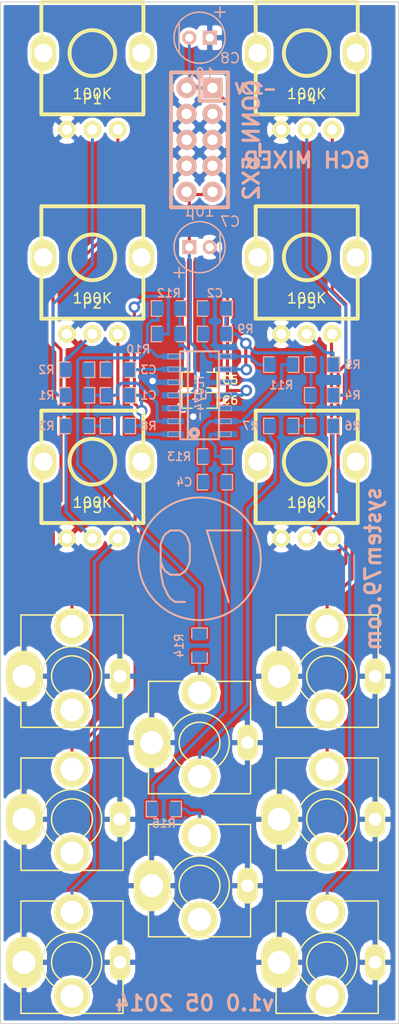
<source format=kicad_pcb>
(kicad_pcb (version 3) (host pcbnew "(2013-07-07 BZR 4022)-stable")
  (layers (15 F.Cu signal) (0 B.Cu signal) (18 B.Paste user) (19 F.Paste user) (20 B.SilkS user) (21 F.SilkS user) (22 B.Mask user) (23 F.Mask user) (28 Edge.Cuts user))
  (net 0 "")
  (net 1 +12V)
  (net 2 -12V)
  (net 3 GND)
  (net 4 N-000001)
  (net 5 N-0000010)
  (net 6 N-0000012)
  (net 7 N-0000014)
  (net 8 N-0000017)
  (net 9 N-0000019)
  (net 10 N-000002)
  (net 11 N-0000020)
  (net 12 N-0000021)
  (net 13 N-0000022)
  (net 14 N-0000023)
  (net 15 N-0000024)
  (net 16 N-0000025)
  (net 17 N-0000028)
  (net 18 N-0000030)
  (net 19 N-0000031)
  (net 20 N-0000032)
  (net 21 N-0000033)
  (net 22 N-000005)
  (net 23 N-000006)
  (net 24 N-000007)
  (net 25 N-000008)
  (net 26 N-000009)
  (module SO14-JRL (layer B.Cu) (at 223.5 145.5 90)
    (fp_text reference U1 (at 0 0 360) (layer B.SilkS) (effects (font (size 0.8128 0.8128) (thickness 0.1524)) (justify mirror)))
    (fp_text value TL074- (at -0.254 0 90) (layer B.SilkS) (effects (font (size 0.8128 0.8128) (thickness 0.1524)) (justify mirror)))
    (pad 1 smd rect (at -3.81 -2.59842 90) (size 0.59944 2.19964) (layers B.Cu B.Paste B.Mask) (net 14 N-0000023))
    (pad 2 smd rect (at -2.54 -2.59842 90) (size 0.59944 2.19964) (layers B.Cu B.Paste B.Mask) (net 13 N-0000022))
    (pad 3 smd rect (at -1.27 -2.59842 90) (size 0.59944 2.19964) (layers B.Cu B.Paste B.Mask) (net 3 GND))
    (pad 4 smd rect (at 0 -2.59842 90) (size 0.59944 2.19964) (layers B.Cu B.Paste B.Mask) (net 1 +12V))
    (pad 5 smd rect (at 1.27 -2.59842 90) (size 0.59944 2.19964) (layers B.Cu B.Paste B.Mask) (net 3 GND))
    (pad 6 smd rect (at 2.54 -2.59842 90) (size 0.59944 2.19964) (layers B.Cu B.Paste B.Mask) (net 21 N-0000033))
    (pad 7 smd rect (at 3.81 -2.59842 90) (size 0.59944 2.19964) (layers B.Cu B.Paste B.Mask) (net 20 N-0000032))
    (pad 8 smd rect (at 3.81 2.59842 90) (size 0.59944 2.19964) (layers B.Cu B.Paste B.Mask) (net 23 N-000006))
    (pad 9 smd rect (at 2.54 2.59842 90) (size 0.59944 2.19964) (layers B.Cu B.Paste B.Mask) (net 18 N-0000030))
    (pad 10 smd rect (at 1.27 2.59842 90) (size 0.59944 2.19964) (layers B.Cu B.Paste B.Mask) (net 3 GND))
    (pad 11 smd rect (at 0 2.59842 90) (size 0.59944 2.19964) (layers B.Cu B.Paste B.Mask) (net 2 -12V))
    (pad 12 smd rect (at -1.27 2.59842 90) (size 0.59944 2.19964) (layers B.Cu B.Paste B.Mask) (net 3 GND))
    (pad 13 smd rect (at -2.54 2.59842 90) (size 0.59944 2.19964) (layers B.Cu B.Paste B.Mask) (net 10 N-000002))
    (pad 14 smd rect (at -3.81 2.59842 90) (size 0.59944 2.19964) (layers B.Cu B.Paste B.Mask) (net 4 N-000001))
  )
  (module SM0805-HAND (layer B.Cu) (at 223.5 170 270)
    (fp_text reference R14 (at 0 2 270) (layer B.SilkS) (effects (font (size 0.8128 0.8128) (thickness 0.1524)) (justify mirror)))
    (fp_text value 1K hide)
    (pad 1 smd rect (at -1.0795 0 270) (size 1.143 1.397) (layers B.Cu B.Paste B.Mask) (net 20 N-0000032))
    (pad 2 smd rect (at 1.0795 0 270) (size 1.143 1.397) (layers B.Cu B.Paste B.Mask) (net 19 N-0000031))
  )
  (module SM0805-HAND (layer B.Cu) (at 225 151.5)
    (fp_text reference R13 (at -3.5 0) (layer B.SilkS) (effects (font (size 0.8128 0.8128) (thickness 0.1524)) (justify mirror)))
    (fp_text value 100K hide)
    (pad 1 smd rect (at -1.0795 0) (size 1.143 1.397) (layers B.Cu B.Paste B.Mask) (net 10 N-000002))
    (pad 2 smd rect (at 1.0795 0) (size 1.143 1.397) (layers B.Cu B.Paste B.Mask) (net 4 N-000001))
  )
  (module SM0805-HAND (layer B.Cu) (at 231.5 142.5)
    (fp_text reference R11 (at 0 2) (layer B.SilkS) (effects (font (size 0.8128 0.8128) (thickness 0.1524)) (justify mirror)))
    (fp_text value 100K hide)
    (pad 1 smd rect (at -1.0795 0) (size 1.143 1.397) (layers B.Cu B.Paste B.Mask) (net 23 N-000006))
    (pad 2 smd rect (at 1.0795 0) (size 1.143 1.397) (layers B.Cu B.Paste B.Mask) (net 10 N-000002))
  )
  (module SM0805-HAND (layer B.Cu) (at 220 186)
    (fp_text reference R15 (at 0 1.397) (layer B.SilkS) (effects (font (size 0.8128 0.8128) (thickness 0.1524)) (justify mirror)))
    (fp_text value 1K hide)
    (pad 1 smd rect (at -1.0795 0) (size 1.143 1.397) (layers B.Cu B.Paste B.Mask) (net 4 N-000001))
    (pad 2 smd rect (at 1.0795 0) (size 1.143 1.397) (layers B.Cu B.Paste B.Mask) (net 24 N-000007))
  )
  (module SM0805-HAND (layer B.Cu) (at 225 137 180)
    (fp_text reference C2 (at 0 1.5 180) (layer B.SilkS) (effects (font (size 0.8128 0.8128) (thickness 0.1524)) (justify mirror)))
    (fp_text value 47p hide)
    (pad 1 smd rect (at -1.0795 0 180) (size 1.143 1.397) (layers B.Cu B.Paste B.Mask) (net 18 N-0000030))
    (pad 2 smd rect (at 1.0795 0 180) (size 1.143 1.397) (layers B.Cu B.Paste B.Mask) (net 23 N-000006))
  )
  (module SM0805-HAND (layer B.Cu) (at 225 139.5 180)
    (fp_text reference R9 (at -3 0.5 180) (layer B.SilkS) (effects (font (size 0.8128 0.8128) (thickness 0.1524)) (justify mirror)))
    (fp_text value 100K hide)
    (pad 1 smd rect (at -1.0795 0 180) (size 1.143 1.397) (layers B.Cu B.Paste B.Mask) (net 18 N-0000030))
    (pad 2 smd rect (at 1.0795 0 180) (size 1.143 1.397) (layers B.Cu B.Paste B.Mask) (net 23 N-000006))
  )
  (module SM0805-HAND (layer B.Cu) (at 235.5 148.5 180)
    (fp_text reference R6 (at -3 0 180) (layer B.SilkS) (effects (font (size 0.8128 0.8128) (thickness 0.1524)) (justify mirror)))
    (fp_text value 100K hide)
    (pad 1 smd rect (at -1.0795 0 180) (size 1.143 1.397) (layers B.Cu B.Paste B.Mask) (net 25 N-000008))
    (pad 2 smd rect (at 1.0795 0 180) (size 1.143 1.397) (layers B.Cu B.Paste B.Mask) (net 18 N-0000030))
  )
  (module SM0805-HAND (layer B.Cu) (at 235.5 142.5 180)
    (fp_text reference R5 (at -3 0 180) (layer B.SilkS) (effects (font (size 0.8128 0.8128) (thickness 0.1524)) (justify mirror)))
    (fp_text value 100K hide)
    (pad 1 smd rect (at -1.0795 0 180) (size 1.143 1.397) (layers B.Cu B.Paste B.Mask) (net 7 N-0000014))
    (pad 2 smd rect (at 1.0795 0 180) (size 1.143 1.397) (layers B.Cu B.Paste B.Mask) (net 18 N-0000030))
  )
  (module SM0805-HAND (layer B.Cu) (at 235.5 145.5 180)
    (fp_text reference R4 (at -3 0 180) (layer B.SilkS) (effects (font (size 0.8128 0.8128) (thickness 0.1524)) (justify mirror)))
    (fp_text value 100K hide)
    (pad 1 smd rect (at -1.0795 0 180) (size 1.143 1.397) (layers B.Cu B.Paste B.Mask) (net 26 N-000009))
    (pad 2 smd rect (at 1.0795 0 180) (size 1.143 1.397) (layers B.Cu B.Paste B.Mask) (net 18 N-0000030))
  )
  (module SM0805-HAND (layer B.Cu) (at 225 154)
    (fp_text reference C4 (at -3 0) (layer B.SilkS) (effects (font (size 0.8128 0.8128) (thickness 0.1524)) (justify mirror)))
    (fp_text value 47p hide)
    (pad 1 smd rect (at -1.0795 0) (size 1.143 1.397) (layers B.Cu B.Paste B.Mask) (net 10 N-000002))
    (pad 2 smd rect (at 1.0795 0) (size 1.143 1.397) (layers B.Cu B.Paste B.Mask) (net 4 N-000001))
  )
  (module SM0805-HAND (layer B.Cu) (at 215.5 143 180)
    (fp_text reference C3 (at -3 0 180) (layer B.SilkS) (effects (font (size 0.8128 0.8128) (thickness 0.1524)) (justify mirror)))
    (fp_text value 47p hide)
    (pad 1 smd rect (at -1.0795 0 180) (size 1.143 1.397) (layers B.Cu B.Paste B.Mask) (net 21 N-0000033))
    (pad 2 smd rect (at 1.0795 0 180) (size 1.143 1.397) (layers B.Cu B.Paste B.Mask) (net 20 N-0000032))
  )
  (module SM0805-HAND (layer B.Cu) (at 215.5 145.5)
    (fp_text reference C1 (at 3 0) (layer B.SilkS) (effects (font (size 0.8128 0.8128) (thickness 0.1524)) (justify mirror)))
    (fp_text value 47p hide)
    (pad 1 smd rect (at -1.0795 0) (size 1.143 1.397) (layers B.Cu B.Paste B.Mask) (net 13 N-0000022))
    (pad 2 smd rect (at 1.0795 0) (size 1.143 1.397) (layers B.Cu B.Paste B.Mask) (net 14 N-0000023))
  )
  (module SM0805-HAND (layer B.Cu) (at 231.5 148.5 180)
    (fp_text reference R7 (at 3 0 180) (layer B.SilkS) (effects (font (size 0.8128 0.8128) (thickness 0.1524)) (justify mirror)))
    (fp_text value 100K hide)
    (pad 1 smd rect (at -1.0795 0 180) (size 1.143 1.397) (layers B.Cu B.Paste B.Mask) (net 18 N-0000030))
    (pad 2 smd rect (at 1.0795 0 180) (size 1.143 1.397) (layers B.Cu B.Paste B.Mask) (net 8 N-0000017))
  )
  (module SM0805-HAND (layer B.Cu) (at 220.5 137 180)
    (fp_text reference R12 (at 0 1.5 180) (layer B.SilkS) (effects (font (size 0.8128 0.8128) (thickness 0.1524)) (justify mirror)))
    (fp_text value 100K hide)
    (pad 1 smd rect (at -1.0795 0 180) (size 1.143 1.397) (layers B.Cu B.Paste B.Mask) (net 21 N-0000033))
    (pad 2 smd rect (at 1.0795 0 180) (size 1.143 1.397) (layers B.Cu B.Paste B.Mask) (net 20 N-0000032))
  )
  (module SM0805-HAND (layer B.Cu) (at 220.5 139.5)
    (fp_text reference R10 (at -3 1.5) (layer B.SilkS) (effects (font (size 0.8128 0.8128) (thickness 0.1524)) (justify mirror)))
    (fp_text value 100K hide)
    (pad 1 smd rect (at -1.0795 0) (size 1.143 1.397) (layers B.Cu B.Paste B.Mask) (net 14 N-0000023))
    (pad 2 smd rect (at 1.0795 0) (size 1.143 1.397) (layers B.Cu B.Paste B.Mask) (net 21 N-0000033))
  )
  (module SM0805-HAND (layer F.Cu) (at 223.5 144)
    (fp_text reference C5 (at 3 0) (layer F.SilkS) (effects (font (size 0.8128 0.8128) (thickness 0.1524))))
    (fp_text value 100n hide)
    (pad 1 smd rect (at -1.0795 0) (size 1.143 1.397) (layers F.Cu F.Paste F.Mask) (net 1 +12V))
    (pad 2 smd rect (at 1.0795 0) (size 1.143 1.397) (layers F.Cu F.Paste F.Mask) (net 3 GND))
  )
  (module SM0805-HAND (layer F.Cu) (at 223.5 146)
    (fp_text reference C6 (at 3 0) (layer F.SilkS) (effects (font (size 0.8128 0.8128) (thickness 0.1524))))
    (fp_text value 100n hide)
    (pad 1 smd rect (at -1.0795 0) (size 1.143 1.397) (layers F.Cu F.Paste F.Mask) (net 3 GND))
    (pad 2 smd rect (at 1.0795 0) (size 1.143 1.397) (layers F.Cu F.Paste F.Mask) (net 2 -12V))
  )
  (module SM0805-HAND (layer B.Cu) (at 215.5 148.5)
    (fp_text reference R8 (at 3 0) (layer B.SilkS) (effects (font (size 0.8128 0.8128) (thickness 0.1524)) (justify mirror)))
    (fp_text value 100K hide)
    (pad 1 smd rect (at -1.0795 0) (size 1.143 1.397) (layers B.Cu B.Paste B.Mask) (net 13 N-0000022))
    (pad 2 smd rect (at 1.0795 0) (size 1.143 1.397) (layers B.Cu B.Paste B.Mask) (net 14 N-0000023))
  )
  (module SM0805-HAND (layer B.Cu) (at 211.5 148.5)
    (fp_text reference R3 (at -3 0) (layer B.SilkS) (effects (font (size 0.8128 0.8128) (thickness 0.1524)) (justify mirror)))
    (fp_text value 100K hide)
    (pad 1 smd rect (at -1.0795 0) (size 1.143 1.397) (layers B.Cu B.Paste B.Mask) (net 11 N-0000020))
    (pad 2 smd rect (at 1.0795 0) (size 1.143 1.397) (layers B.Cu B.Paste B.Mask) (net 13 N-0000022))
  )
  (module SM0805-HAND (layer B.Cu) (at 211.5 143)
    (fp_text reference R2 (at -3 0) (layer B.SilkS) (effects (font (size 0.8128 0.8128) (thickness 0.1524)) (justify mirror)))
    (fp_text value 100K hide)
    (pad 1 smd rect (at -1.0795 0) (size 1.143 1.397) (layers B.Cu B.Paste B.Mask) (net 9 N-0000019))
    (pad 2 smd rect (at 1.0795 0) (size 1.143 1.397) (layers B.Cu B.Paste B.Mask) (net 13 N-0000022))
  )
  (module SM0805-HAND (layer B.Cu) (at 211.5 145.5)
    (fp_text reference R1 (at -3 0) (layer B.SilkS) (effects (font (size 0.8128 0.8128) (thickness 0.1524)) (justify mirror)))
    (fp_text value 100K hide)
    (pad 1 smd rect (at -1.0795 0) (size 1.143 1.397) (layers B.Cu B.Paste B.Mask) (net 12 N-0000021))
    (pad 2 smd rect (at 1.0795 0) (size 1.143 1.397) (layers B.Cu B.Paste B.Mask) (net 13 N-0000022))
  )
  (module RD901F-ALPHA-POT (layer F.Cu) (at 213 152)
    (fp_text reference P3 (at 0 4.5) (layer F.SilkS))
    (fp_text value 100K (at 0 4) (layer F.SilkS))
    (pad "" thru_hole oval (at 4.8 0) (size 2.5 3.5) (drill 1.8) (layers *.Cu *.Mask F.SilkS))
    (pad "" thru_hole oval (at -4.8 0) (size 2.5 3.5) (drill 1.8) (layers *.Cu *.Mask F.SilkS))
    (pad 3 thru_hole circle (at 2.5 7.5) (size 1.75 1.75) (drill 1) (layers *.Cu *.Mask F.SilkS) (net 16 N-0000025))
    (pad 2 thru_hole circle (at 0 7.5) (size 1.75 1.75) (drill 1) (layers *.Cu *.Mask F.SilkS) (net 11 N-0000020))
    (pad 1 thru_hole circle (at -2.5 7.5) (size 1.75 1.75) (drill 1) (layers *.Cu *.Mask F.SilkS) (net 3 GND))
  )
  (module RD901F-ALPHA-POT (layer F.Cu) (at 213 132)
    (fp_text reference P2 (at 0 4.5) (layer F.SilkS))
    (fp_text value 100K (at 0 4) (layer F.SilkS))
    (pad "" thru_hole oval (at 4.8 0) (size 2.5 3.5) (drill 1.8) (layers *.Cu *.Mask F.SilkS))
    (pad "" thru_hole oval (at -4.8 0) (size 2.5 3.5) (drill 1.8) (layers *.Cu *.Mask F.SilkS))
    (pad 3 thru_hole circle (at 2.5 7.5) (size 1.75 1.75) (drill 1) (layers *.Cu *.Mask F.SilkS) (net 15 N-0000024))
    (pad 2 thru_hole circle (at 0 7.5) (size 1.75 1.75) (drill 1) (layers *.Cu *.Mask F.SilkS) (net 9 N-0000019))
    (pad 1 thru_hole circle (at -2.5 7.5) (size 1.75 1.75) (drill 1) (layers *.Cu *.Mask F.SilkS) (net 3 GND))
  )
  (module RD901F-ALPHA-POT (layer F.Cu) (at 213 112)
    (fp_text reference P1 (at 0 4.5) (layer F.SilkS))
    (fp_text value 100K (at 0 4) (layer F.SilkS))
    (pad "" thru_hole oval (at 4.8 0) (size 2.5 3.5) (drill 1.8) (layers *.Cu *.Mask F.SilkS))
    (pad "" thru_hole oval (at -4.8 0) (size 2.5 3.5) (drill 1.8) (layers *.Cu *.Mask F.SilkS))
    (pad 3 thru_hole circle (at 2.5 7.5) (size 1.75 1.75) (drill 1) (layers *.Cu *.Mask F.SilkS) (net 17 N-0000028))
    (pad 2 thru_hole circle (at 0 7.5) (size 1.75 1.75) (drill 1) (layers *.Cu *.Mask F.SilkS) (net 12 N-0000021))
    (pad 1 thru_hole circle (at -2.5 7.5) (size 1.75 1.75) (drill 1) (layers *.Cu *.Mask F.SilkS) (net 3 GND))
  )
  (module RD901F-ALPHA-POT (layer F.Cu) (at 234 112)
    (fp_text reference P4 (at 0 4.5) (layer F.SilkS))
    (fp_text value 100K (at 0 4) (layer F.SilkS))
    (pad "" thru_hole oval (at 4.8 0) (size 2.5 3.5) (drill 1.8) (layers *.Cu *.Mask F.SilkS))
    (pad "" thru_hole oval (at -4.8 0) (size 2.5 3.5) (drill 1.8) (layers *.Cu *.Mask F.SilkS))
    (pad 3 thru_hole circle (at 2.5 7.5) (size 1.75 1.75) (drill 1) (layers *.Cu *.Mask F.SilkS) (net 5 N-0000010))
    (pad 2 thru_hole circle (at 0 7.5) (size 1.75 1.75) (drill 1) (layers *.Cu *.Mask F.SilkS) (net 26 N-000009))
    (pad 1 thru_hole circle (at -2.5 7.5) (size 1.75 1.75) (drill 1) (layers *.Cu *.Mask F.SilkS) (net 3 GND))
  )
  (module RD901F-ALPHA-POT (layer F.Cu) (at 234 132)
    (fp_text reference P5 (at 0 4.5) (layer F.SilkS))
    (fp_text value 100K (at 0 4) (layer F.SilkS))
    (pad "" thru_hole oval (at 4.8 0) (size 2.5 3.5) (drill 1.8) (layers *.Cu *.Mask F.SilkS))
    (pad "" thru_hole oval (at -4.8 0) (size 2.5 3.5) (drill 1.8) (layers *.Cu *.Mask F.SilkS))
    (pad 3 thru_hole circle (at 2.5 7.5) (size 1.75 1.75) (drill 1) (layers *.Cu *.Mask F.SilkS) (net 6 N-0000012))
    (pad 2 thru_hole circle (at 0 7.5) (size 1.75 1.75) (drill 1) (layers *.Cu *.Mask F.SilkS) (net 7 N-0000014))
    (pad 1 thru_hole circle (at -2.5 7.5) (size 1.75 1.75) (drill 1) (layers *.Cu *.Mask F.SilkS) (net 3 GND))
  )
  (module RD901F-ALPHA-POT (layer F.Cu) (at 234 152)
    (fp_text reference P6 (at 0 4.5) (layer F.SilkS))
    (fp_text value 100K (at 0 4) (layer F.SilkS))
    (pad "" thru_hole oval (at 4.8 0) (size 2.5 3.5) (drill 1.8) (layers *.Cu *.Mask F.SilkS))
    (pad "" thru_hole oval (at -4.8 0) (size 2.5 3.5) (drill 1.8) (layers *.Cu *.Mask F.SilkS))
    (pad 3 thru_hole circle (at 2.5 7.5) (size 1.75 1.75) (drill 1) (layers *.Cu *.Mask F.SilkS) (net 22 N-000005))
    (pad 2 thru_hole circle (at 0 7.5) (size 1.75 1.75) (drill 1) (layers *.Cu *.Mask F.SilkS) (net 25 N-000008))
    (pad 1 thru_hole circle (at -2.5 7.5) (size 1.75 1.75) (drill 1) (layers *.Cu *.Mask F.SilkS) (net 3 GND))
  )
  (module PJ-301B-JACK (layer F.Cu) (at 211 173)
    (fp_text reference J1 hide)
    (fp_text value JACK_MONO_SW hide)
    (pad 1 thru_hole oval (at -4.7 0) (size 3.5 5) (drill 2.25) (layers *.Cu *.Mask F.SilkS) (net 3 GND))
    (pad 1 thru_hole oval (at 4.7 0) (size 2 3.5) (drill 1.25) (layers *.Cu *.Mask F.SilkS) (net 3 GND))
    (pad 3 thru_hole oval (at 0 -4.9) (size 3.5 3.5) (drill 2.25) (layers *.Cu *.Mask F.SilkS) (net 17 N-0000028))
    (pad 2 thru_hole oval (at 0 3.3) (size 3.5 3.5) (drill 2.25) (layers *.Cu *.Mask F.SilkS))
  )
  (module PJ-301B-JACK (layer F.Cu) (at 223.5 193.5)
    (fp_text reference J8 hide)
    (fp_text value JACK_MONO_SW hide)
    (pad 1 thru_hole oval (at -4.7 0) (size 3.5 5) (drill 2.25) (layers *.Cu *.Mask F.SilkS) (net 3 GND))
    (pad 1 thru_hole oval (at 4.7 0) (size 2 3.5) (drill 1.25) (layers *.Cu *.Mask F.SilkS) (net 3 GND))
    (pad 3 thru_hole oval (at 0 -4.9) (size 3.5 3.5) (drill 2.25) (layers *.Cu *.Mask F.SilkS) (net 24 N-000007))
    (pad 2 thru_hole oval (at 0 3.3) (size 3.5 3.5) (drill 2.25) (layers *.Cu *.Mask F.SilkS))
  )
  (module PJ-301B-JACK (layer F.Cu) (at 236 201)
    (fp_text reference J6 hide)
    (fp_text value JACK_MONO_SW hide)
    (pad 1 thru_hole oval (at -4.7 0) (size 3.5 5) (drill 2.25) (layers *.Cu *.Mask F.SilkS) (net 3 GND))
    (pad 1 thru_hole oval (at 4.7 0) (size 2 3.5) (drill 1.25) (layers *.Cu *.Mask F.SilkS) (net 3 GND))
    (pad 3 thru_hole oval (at 0 -4.9) (size 3.5 3.5) (drill 2.25) (layers *.Cu *.Mask F.SilkS) (net 22 N-000005))
    (pad 2 thru_hole oval (at 0 3.3) (size 3.5 3.5) (drill 2.25) (layers *.Cu *.Mask F.SilkS))
  )
  (module PJ-301B-JACK (layer F.Cu) (at 236 187)
    (fp_text reference J5 hide)
    (fp_text value JACK_MONO_SW hide)
    (pad 1 thru_hole oval (at -4.7 0) (size 3.5 5) (drill 2.25) (layers *.Cu *.Mask F.SilkS) (net 3 GND))
    (pad 1 thru_hole oval (at 4.7 0) (size 2 3.5) (drill 1.25) (layers *.Cu *.Mask F.SilkS) (net 3 GND))
    (pad 3 thru_hole oval (at 0 -4.9) (size 3.5 3.5) (drill 2.25) (layers *.Cu *.Mask F.SilkS) (net 6 N-0000012))
    (pad 2 thru_hole oval (at 0 3.3) (size 3.5 3.5) (drill 2.25) (layers *.Cu *.Mask F.SilkS))
  )
  (module PJ-301B-JACK (layer F.Cu) (at 236 173)
    (fp_text reference J4 hide)
    (fp_text value JACK_MONO_SW hide)
    (pad 1 thru_hole oval (at -4.7 0) (size 3.5 5) (drill 2.25) (layers *.Cu *.Mask F.SilkS) (net 3 GND))
    (pad 1 thru_hole oval (at 4.7 0) (size 2 3.5) (drill 1.25) (layers *.Cu *.Mask F.SilkS) (net 3 GND))
    (pad 3 thru_hole oval (at 0 -4.9) (size 3.5 3.5) (drill 2.25) (layers *.Cu *.Mask F.SilkS) (net 5 N-0000010))
    (pad 2 thru_hole oval (at 0 3.3) (size 3.5 3.5) (drill 2.25) (layers *.Cu *.Mask F.SilkS))
  )
  (module PJ-301B-JACK (layer F.Cu) (at 223.5 179.5)
    (fp_text reference J7 hide)
    (fp_text value JACK_MONO_SW hide)
    (pad 1 thru_hole oval (at -4.7 0) (size 3.5 5) (drill 2.25) (layers *.Cu *.Mask F.SilkS) (net 3 GND))
    (pad 1 thru_hole oval (at 4.7 0) (size 2 3.5) (drill 1.25) (layers *.Cu *.Mask F.SilkS) (net 3 GND))
    (pad 3 thru_hole oval (at 0 -4.9) (size 3.5 3.5) (drill 2.25) (layers *.Cu *.Mask F.SilkS) (net 19 N-0000031))
    (pad 2 thru_hole oval (at 0 3.3) (size 3.5 3.5) (drill 2.25) (layers *.Cu *.Mask F.SilkS) (net 8 N-0000017))
  )
  (module PJ-301B-JACK (layer F.Cu) (at 211 201)
    (fp_text reference J3 hide)
    (fp_text value JACK_MONO_SW hide)
    (pad 1 thru_hole oval (at -4.7 0) (size 3.5 5) (drill 2.25) (layers *.Cu *.Mask F.SilkS) (net 3 GND))
    (pad 1 thru_hole oval (at 4.7 0) (size 2 3.5) (drill 1.25) (layers *.Cu *.Mask F.SilkS) (net 3 GND))
    (pad 3 thru_hole oval (at 0 -4.9) (size 3.5 3.5) (drill 2.25) (layers *.Cu *.Mask F.SilkS) (net 16 N-0000025))
    (pad 2 thru_hole oval (at 0 3.3) (size 3.5 3.5) (drill 2.25) (layers *.Cu *.Mask F.SilkS))
  )
  (module PJ-301B-JACK (layer F.Cu) (at 211 187)
    (fp_text reference J2 hide)
    (fp_text value JACK_MONO_SW hide)
    (pad 1 thru_hole oval (at -4.7 0) (size 3.5 5) (drill 2.25) (layers *.Cu *.Mask F.SilkS) (net 3 GND))
    (pad 1 thru_hole oval (at 4.7 0) (size 2 3.5) (drill 1.25) (layers *.Cu *.Mask F.SilkS) (net 3 GND))
    (pad 3 thru_hole oval (at 0 -4.9) (size 3.5 3.5) (drill 2.25) (layers *.Cu *.Mask F.SilkS) (net 15 N-0000024))
    (pad 2 thru_hole oval (at 0 3.3) (size 3.5 3.5) (drill 2.25) (layers *.Cu *.Mask F.SilkS))
  )
  (module CONN_0100_2X5_10 (layer B.Cu) (at 223.5 120.5 270)
    (fp_text reference PWR1 hide)
    (fp_text value CONN_5X2 (at 0 -5.08 270) (layer B.SilkS) (effects (font (size 1.524 1.524) (thickness 0.3048)) (justify mirror)))
    (pad 7 thru_hole circle (at 2.54 -1.27 270) (size 1.99898 1.99898) (drill 1.016) (layers *.Cu *.Mask B.SilkS) (net 3 GND))
    (pad 5 thru_hole circle (at 0 -1.27 270) (size 1.99898 1.99898) (drill 1.016) (layers *.Cu *.Mask B.SilkS) (net 3 GND))
    (pad 9 thru_hole circle (at 5.08 -1.27 270) (size 1.99898 1.99898) (drill 1.016) (layers *.Cu *.Mask B.SilkS) (net 1 +12V))
    (pad 3 thru_hole circle (at -2.54 -1.27 270) (size 1.99898 1.99898) (drill 1.016) (layers *.Cu *.Mask B.SilkS) (net 3 GND))
    (pad 1 thru_hole rect (at -5.08 -1.27 270) (size 1.99898 1.99898) (drill 1.016) (layers *.Cu *.Mask B.SilkS) (net 2 -12V))
    (pad 2 thru_hole circle (at -5.08 1.27 270) (size 1.99898 1.99898) (drill 1.016) (layers *.Cu *.Mask B.SilkS) (net 2 -12V))
    (pad 4 thru_hole circle (at -2.54 1.27 270) (size 1.99898 1.99898) (drill 1.016) (layers *.Cu *.Mask B.SilkS) (net 3 GND))
    (pad 6 thru_hole circle (at 0 1.27 270) (size 1.99898 1.99898) (drill 1.016) (layers *.Cu *.Mask B.SilkS) (net 3 GND))
    (pad 8 thru_hole circle (at 2.54 1.27 270) (size 1.99898 1.99898) (drill 1.016) (layers *.Cu *.Mask B.SilkS) (net 3 GND))
    (pad 10 thru_hole circle (at 5.08 1.27 270) (size 1.99898 1.99898) (drill 1.016) (layers *.Cu *.Mask B.SilkS) (net 1 +12V))
  )
  (module CAP_POL_5MM (layer B.Cu) (at 223.5 110.5 180)
    (fp_text reference C8 (at -3 -2 180) (layer B.SilkS) (effects (justify mirror)))
    (fp_text value 10μ (at 0 -3.5 180) (layer B.SilkS) (effects (justify mirror)))
    (pad 1 thru_hole rect (at -1 0 180) (size 1.4 1.4) (drill 0.8) (layers *.Cu *.Mask B.SilkS) (net 3 GND))
    (pad 2 thru_hole circle (at 1 0 180) (size 1.4 1.4) (drill 0.8) (layers *.Cu *.Mask B.SilkS) (net 2 -12V))
  )
  (module CAP_POL_5MM (layer B.Cu) (at 223.5 131)
    (fp_text reference C7 (at 3 -2.5) (layer B.SilkS) (effects (justify mirror)))
    (fp_text value 10μ (at 0 -3.5) (layer B.SilkS) (effects (justify mirror)))
    (pad 1 thru_hole rect (at -1 0) (size 1.4 1.4) (drill 0.8) (layers *.Cu *.Mask B.SilkS) (net 1 +12V))
    (pad 2 thru_hole circle (at 1 0) (size 1.4 1.4) (drill 0.8) (layers *.Cu *.Mask B.SilkS) (net 3 GND))
  )
  (module system79-logo-12mm (layer B.Cu) (at 223.5 161.5)
    (fp_text reference system79-logo-12mm hide)
    (fp_text value VAL** hide)
    (fp_text user 79 (at 0 1) (layer B.SilkS) (effects (font (size 7 5) (thickness 0.2)) (justify mirror)))
  )
  (gr_text system79.com (at 240.5 162.5 90) (layer B.SilkS) (effects (font (size 1.5 1.5) (thickness 0.3)) (justify mirror)))
  (gr_text "v1.0 05 2014" (at 223 205) (layer B.SilkS) (effects (font (size 1.5 1.5) (thickness 0.3)) (justify mirror)))
  (gr_text "6CH MIXER" (at 234 122.5) (layer B.SilkS) (effects (font (size 1.5 1.5) (thickness 0.3)) (justify mirror)))
  (gr_text -12V (at 229 115.5) (layer B.SilkS) (effects (font (size 1 1) (thickness 0.25)) (justify mirror)))
  (gr_line (start 204 207) (end 204 107) (angle 90) (layer Edge.Cuts) (width 0.1))
  (gr_line (start 243 207) (end 204 207) (angle 90) (layer Edge.Cuts) (width 0.1))
  (gr_line (start 243 107) (end 243 207) (angle 90) (layer Edge.Cuts) (width 0.1))
  (gr_line (start 204 107) (end 243 107) (angle 90) (layer Edge.Cuts) (width 0.1))
  (segment (start 222.5 131) (end 222.5 132.1575) (width 0.3048) (layer F.Cu) (net 1))
  (segment (start 222.4205 132.237) (end 222.5 132.1575) (width 0.3048) (layer F.Cu) (net 1))
  (segment (start 222.4205 144) (end 222.4205 132.237) (width 0.3048) (layer F.Cu) (net 1))
  (segment (start 224.5 125.85) (end 224.77 125.58) (width 0.3048) (layer F.Cu) (net 1))
  (segment (start 222.5 125.85) (end 224.5 125.85) (width 0.3048) (layer F.Cu) (net 1))
  (segment (start 222.5 131) (end 222.5 125.85) (width 0.3048) (layer F.Cu) (net 1))
  (segment (start 222.5 125.85) (end 222.23 125.58) (width 0.3048) (layer F.Cu) (net 1))
  (segment (start 223.0689 144.89) (end 222.4589 145.5) (width 0.3048) (layer B.Cu) (net 1))
  (segment (start 223.0689 140.7947) (end 223.0689 144.89) (width 0.3048) (layer B.Cu) (net 1))
  (segment (start 222.6086 140.3344) (end 223.0689 140.7947) (width 0.3048) (layer B.Cu) (net 1))
  (segment (start 222.6086 132.2661) (end 222.6086 140.3344) (width 0.3048) (layer B.Cu) (net 1))
  (segment (start 222.5 132.1575) (end 222.6086 132.2661) (width 0.3048) (layer B.Cu) (net 1))
  (segment (start 222.5 131) (end 222.5 132.1575) (width 0.3048) (layer B.Cu) (net 1))
  (segment (start 220.9016 145.5) (end 222.4589 145.5) (width 0.3048) (layer B.Cu) (net 1))
  (via (at 228.0813 145.0306) (size 1.143) (layers F.Cu B.Cu) (net 2))
  (segment (start 224.5795 146) (end 225.6085 146) (width 0.3048) (layer F.Cu) (net 2))
  (segment (start 227.6557 145.4562) (end 227.6557 145.5) (width 0.3048) (layer B.Cu) (net 2))
  (segment (start 228.0813 145.0306) (end 227.6557 145.4562) (width 0.3048) (layer B.Cu) (net 2))
  (segment (start 226.0984 145.5) (end 227.6557 145.5) (width 0.3048) (layer B.Cu) (net 2))
  (segment (start 226.2333 145.0306) (end 228.0813 145.0306) (width 0.3048) (layer F.Cu) (net 2))
  (segment (start 226.2333 116.8833) (end 226.2333 145.0306) (width 0.3048) (layer F.Cu) (net 2))
  (segment (start 224.77 115.42) (end 226.2333 116.8833) (width 0.3048) (layer F.Cu) (net 2))
  (segment (start 226.2333 145.3752) (end 225.6085 146) (width 0.3048) (layer F.Cu) (net 2))
  (segment (start 226.2333 145.0306) (end 226.2333 145.3752) (width 0.3048) (layer F.Cu) (net 2))
  (segment (start 224.77 115.42) (end 223.313 115.42) (width 0.3048) (layer B.Cu) (net 2))
  (segment (start 223.043 115.15) (end 223.313 115.42) (width 0.3048) (layer B.Cu) (net 2))
  (segment (start 222.5 115.15) (end 223.043 115.15) (width 0.3048) (layer B.Cu) (net 2))
  (segment (start 222.5 110.5) (end 222.5 115.15) (width 0.3048) (layer B.Cu) (net 2))
  (segment (start 222.5 115.15) (end 222.23 115.42) (width 0.3048) (layer B.Cu) (net 2))
  (segment (start 220.90158 144.23) (end 219.03 144.23) (width 0.3048) (layer B.Cu) (net 3))
  (segment (start 219.03 144.23) (end 218.9 144.1) (width 0.3048) (layer B.Cu) (net 3))
  (via (at 218.9 144.1) (size 1.143) (layers F.Cu B.Cu) (net 3))
  (via (at 222.8848 147.5852) (size 1.143) (layers F.Cu B.Cu) (net 3))
  (segment (start 222.4205 146) (end 222.8848 146) (width 0.3048) (layer F.Cu) (net 3))
  (segment (start 223.5505 145.3343) (end 223.5505 144) (width 0.3048) (layer F.Cu) (net 3))
  (segment (start 222.8848 146) (end 223.5505 145.3343) (width 0.3048) (layer F.Cu) (net 3))
  (segment (start 224.5795 144) (end 223.5505 144) (width 0.3048) (layer F.Cu) (net 3))
  (segment (start 222.8848 147.5852) (end 222.8848 146) (width 0.3048) (layer F.Cu) (net 3))
  (segment (start 226.0984 149.31) (end 224.5411 149.31) (width 0.3048) (layer B.Cu) (net 4))
  (segment (start 224.5411 149.9616) (end 224.5411 149.31) (width 0.3048) (layer B.Cu) (net 4))
  (segment (start 225.0505 150.471) (end 224.5411 149.9616) (width 0.3048) (layer B.Cu) (net 4))
  (segment (start 225.0505 151.5) (end 225.0505 150.471) (width 0.3048) (layer B.Cu) (net 4))
  (segment (start 226.0795 151.5) (end 225.0505 151.5) (width 0.3048) (layer B.Cu) (net 4))
  (segment (start 226.0795 151.5) (end 226.0795 154) (width 0.3048) (layer B.Cu) (net 4))
  (segment (start 218.9205 183.5875) (end 218.9205 186) (width 0.3048) (layer B.Cu) (net 4))
  (segment (start 226.0795 176.4285) (end 218.9205 183.5875) (width 0.3048) (layer B.Cu) (net 4))
  (segment (start 226.0795 154) (end 226.0795 176.4285) (width 0.3048) (layer B.Cu) (net 4))
  (segment (start 236 168.1) (end 236 165.8925) (width 0.3048) (layer F.Cu) (net 5))
  (segment (start 236.5 135.2434) (end 236.5 119.5) (width 0.3048) (layer F.Cu) (net 5))
  (segment (start 237.835 136.5784) (end 236.5 135.2434) (width 0.3048) (layer F.Cu) (net 5))
  (segment (start 237.835 142.4506) (end 237.835 136.5784) (width 0.3048) (layer F.Cu) (net 5))
  (segment (start 237.0764 143.2092) (end 237.835 142.4506) (width 0.3048) (layer F.Cu) (net 5))
  (segment (start 237.0764 154.9574) (end 237.0764 143.2092) (width 0.3048) (layer F.Cu) (net 5))
  (segment (start 238.4434 156.3244) (end 237.0764 154.9574) (width 0.3048) (layer F.Cu) (net 5))
  (segment (start 238.4434 163.4491) (end 238.4434 156.3244) (width 0.3048) (layer F.Cu) (net 5))
  (segment (start 236 165.8925) (end 238.4434 163.4491) (width 0.3048) (layer F.Cu) (net 5))
  (segment (start 236.427 139.573) (end 236.5 139.5) (width 0.3048) (layer F.Cu) (net 6))
  (segment (start 236.427 156.7387) (end 236.427 139.573) (width 0.3048) (layer F.Cu) (net 6))
  (segment (start 237.8334 158.1451) (end 236.427 156.7387) (width 0.3048) (layer F.Cu) (net 6))
  (segment (start 237.8334 161.9289) (end 237.8334 158.1451) (width 0.3048) (layer F.Cu) (net 6))
  (segment (start 233.7921 165.9702) (end 237.8334 161.9289) (width 0.3048) (layer F.Cu) (net 6))
  (segment (start 233.7921 177.6846) (end 233.7921 165.9702) (width 0.3048) (layer F.Cu) (net 6))
  (segment (start 236 179.8925) (end 233.7921 177.6846) (width 0.3048) (layer F.Cu) (net 6))
  (segment (start 236 182.1) (end 236 179.8925) (width 0.3048) (layer F.Cu) (net 6))
  (segment (start 235.844 141.344) (end 236.5795 141.344) (width 0.3048) (layer B.Cu) (net 7))
  (segment (start 234 139.5) (end 235.844 141.344) (width 0.3048) (layer B.Cu) (net 7))
  (segment (start 236.5795 142.5) (end 236.5795 141.344) (width 0.3048) (layer B.Cu) (net 7))
  (segment (start 230.9148 150.1503) (end 230.4205 149.656) (width 0.3048) (layer B.Cu) (net 8))
  (segment (start 230.9148 153.8459) (end 230.9148 150.1503) (width 0.3048) (layer B.Cu) (net 8))
  (segment (start 228.2128 156.5479) (end 230.9148 153.8459) (width 0.3048) (layer B.Cu) (net 8))
  (segment (start 228.2128 175.7691) (end 228.2128 156.5479) (width 0.3048) (layer B.Cu) (net 8))
  (segment (start 223.5 180.4819) (end 228.2128 175.7691) (width 0.3048) (layer B.Cu) (net 8))
  (segment (start 223.5 182.8) (end 223.5 180.4819) (width 0.3048) (layer B.Cu) (net 8))
  (segment (start 230.4205 148.5) (end 230.4205 149.656) (width 0.3048) (layer B.Cu) (net 8))
  (segment (start 210.656 141.844) (end 210.4205 141.844) (width 0.3048) (layer B.Cu) (net 9))
  (segment (start 213 139.5) (end 210.656 141.844) (width 0.3048) (layer B.Cu) (net 9))
  (segment (start 210.4205 143) (end 210.4205 141.844) (width 0.3048) (layer B.Cu) (net 9))
  (segment (start 226.0984 148.04) (end 227.6557 148.04) (width 0.3048) (layer B.Cu) (net 10))
  (segment (start 232.5795 142.5) (end 231.5505 142.5) (width 0.3048) (layer B.Cu) (net 10))
  (segment (start 231.5505 144.1452) (end 227.6557 148.04) (width 0.3048) (layer B.Cu) (net 10))
  (segment (start 231.5505 142.5) (end 231.5505 144.1452) (width 0.3048) (layer B.Cu) (net 10))
  (segment (start 223.9205 154) (end 223.9205 151.5) (width 0.3048) (layer B.Cu) (net 10))
  (segment (start 223.9205 148.6606) (end 224.5411 148.04) (width 0.3048) (layer B.Cu) (net 10))
  (segment (start 223.9205 151.5) (end 223.9205 148.6606) (width 0.3048) (layer B.Cu) (net 10))
  (segment (start 226.0984 148.04) (end 224.5411 148.04) (width 0.3048) (layer B.Cu) (net 10))
  (segment (start 210.4205 156.9205) (end 210.4205 148.5) (width 0.3048) (layer B.Cu) (net 11))
  (segment (start 213 159.5) (end 210.4205 156.9205) (width 0.3048) (layer B.Cu) (net 11))
  (segment (start 210.4205 145.5) (end 209.6441 145.5) (width 0.3048) (layer B.Cu) (net 12))
  (segment (start 209.1546 145.0105) (end 209.6441 145.5) (width 0.3048) (layer B.Cu) (net 12))
  (segment (start 209.1546 136.5597) (end 209.1546 145.0105) (width 0.3048) (layer B.Cu) (net 12))
  (segment (start 213 132.7143) (end 209.1546 136.5597) (width 0.3048) (layer B.Cu) (net 12))
  (segment (start 213 119.5) (end 213 132.7143) (width 0.3048) (layer B.Cu) (net 12))
  (segment (start 212.5795 143) (end 212.5795 145.5) (width 0.3048) (layer B.Cu) (net 13))
  (segment (start 215.4495 144.7121) (end 215.4495 145.5) (width 0.3048) (layer B.Cu) (net 13))
  (segment (start 215.8426 144.319) (end 215.4495 144.7121) (width 0.3048) (layer B.Cu) (net 13))
  (segment (start 217.4017 144.319) (end 215.8426 144.319) (width 0.3048) (layer B.Cu) (net 13))
  (segment (start 219.3443 146.2616) (end 217.4017 144.319) (width 0.3048) (layer B.Cu) (net 13))
  (segment (start 219.3443 148.04) (end 219.3443 146.2616) (width 0.3048) (layer B.Cu) (net 13))
  (segment (start 220.9016 148.04) (end 219.3443 148.04) (width 0.3048) (layer B.Cu) (net 13))
  (segment (start 214.4205 145.5) (end 215.4495 145.5) (width 0.3048) (layer B.Cu) (net 13))
  (segment (start 214.4205 145.5) (end 213.3915 145.5) (width 0.3048) (layer B.Cu) (net 13))
  (segment (start 212.5795 145.5) (end 213.3915 145.5) (width 0.3048) (layer B.Cu) (net 13))
  (segment (start 214.4205 148.5) (end 213.3915 148.5) (width 0.3048) (layer B.Cu) (net 13))
  (segment (start 212.5795 145.5) (end 212.5795 148.5) (width 0.3048) (layer B.Cu) (net 13))
  (segment (start 212.5795 148.5) (end 213.3915 148.5) (width 0.3048) (layer B.Cu) (net 13))
  (via (at 217.8212 147) (size 1.143) (layers F.Cu B.Cu) (net 14))
  (via (at 217.1149 136.8711) (size 1.143) (layers F.Cu B.Cu) (net 14))
  (segment (start 218.4185 149.31) (end 220.9016 149.31) (width 0.3048) (layer B.Cu) (net 14))
  (segment (start 217.6085 148.5) (end 218.4185 149.31) (width 0.3048) (layer B.Cu) (net 14))
  (segment (start 216.5795 148.5) (end 217.6085 148.5) (width 0.3048) (layer B.Cu) (net 14))
  (segment (start 216.5795 145.5) (end 217.6085 145.5) (width 0.3048) (layer B.Cu) (net 14))
  (segment (start 217.8212 145.7127) (end 217.8212 147) (width 0.3048) (layer B.Cu) (net 14))
  (segment (start 217.6085 145.5) (end 217.8212 145.7127) (width 0.3048) (layer B.Cu) (net 14))
  (segment (start 217.8212 148.2873) (end 217.6085 148.5) (width 0.3048) (layer B.Cu) (net 14))
  (segment (start 217.8212 147) (end 217.8212 148.2873) (width 0.3048) (layer B.Cu) (net 14))
  (segment (start 220.4495 136.0154) (end 220.4495 139.5) (width 0.3048) (layer B.Cu) (net 14))
  (segment (start 220.2539 135.8198) (end 220.4495 136.0154) (width 0.3048) (layer B.Cu) (net 14))
  (segment (start 218.1662 135.8198) (end 220.2539 135.8198) (width 0.3048) (layer B.Cu) (net 14))
  (segment (start 217.1149 136.8711) (end 218.1662 135.8198) (width 0.3048) (layer B.Cu) (net 14))
  (segment (start 217.1149 146.2937) (end 217.8212 147) (width 0.3048) (layer F.Cu) (net 14))
  (segment (start 217.1149 136.8711) (end 217.1149 146.2937) (width 0.3048) (layer F.Cu) (net 14))
  (segment (start 219.4205 139.5) (end 220.4495 139.5) (width 0.3048) (layer B.Cu) (net 14))
  (segment (start 215.5 155.2434) (end 215.5 139.5) (width 0.3048) (layer F.Cu) (net 15))
  (segment (start 217.1863 156.9297) (end 215.5 155.2434) (width 0.3048) (layer F.Cu) (net 15))
  (segment (start 217.1863 174.396) (end 217.1863 156.9297) (width 0.3048) (layer F.Cu) (net 15))
  (segment (start 211.6898 179.8925) (end 217.1863 174.396) (width 0.3048) (layer F.Cu) (net 15))
  (segment (start 211 179.8925) (end 211.6898 179.8925) (width 0.3048) (layer F.Cu) (net 15))
  (segment (start 211 182.1) (end 211 179.8925) (width 0.3048) (layer F.Cu) (net 15))
  (segment (start 213.2075 161.7925) (end 215.5 159.5) (width 0.3048) (layer B.Cu) (net 16))
  (segment (start 213.2075 191.685) (end 213.2075 161.7925) (width 0.3048) (layer B.Cu) (net 16))
  (segment (start 211 193.8925) (end 213.2075 191.685) (width 0.3048) (layer B.Cu) (net 16))
  (segment (start 211 196.1) (end 211 193.8925) (width 0.3048) (layer B.Cu) (net 16))
  (segment (start 215.5 128.625) (end 215.5 119.5) (width 0.3048) (layer F.Cu) (net 17))
  (segment (start 209.1439 134.9811) (end 215.5 128.625) (width 0.3048) (layer F.Cu) (net 17))
  (segment (start 209.1439 140.2535) (end 209.1439 134.9811) (width 0.3048) (layer F.Cu) (net 17))
  (segment (start 209.9237 141.0333) (end 209.1439 140.2535) (width 0.3048) (layer F.Cu) (net 17))
  (segment (start 209.9237 155.8197) (end 209.9237 141.0333) (width 0.3048) (layer F.Cu) (net 17))
  (segment (start 209.1665 156.5769) (end 209.9237 155.8197) (width 0.3048) (layer F.Cu) (net 17))
  (segment (start 209.1665 164.059) (end 209.1665 156.5769) (width 0.3048) (layer F.Cu) (net 17))
  (segment (start 211 165.8925) (end 209.1665 164.059) (width 0.3048) (layer F.Cu) (net 17))
  (segment (start 211 168.1) (end 211 165.8925) (width 0.3048) (layer F.Cu) (net 17))
  (via (at 228.0305 140.422) (size 1.143) (layers F.Cu B.Cu) (net 18))
  (via (at 228.0844 142.9876) (size 1.143) (layers F.Cu B.Cu) (net 18))
  (segment (start 234.4205 142.5) (end 234.4205 141.344) (width 0.3048) (layer B.Cu) (net 18))
  (segment (start 226.0795 139.5) (end 226.0795 137) (width 0.3048) (layer B.Cu) (net 18))
  (segment (start 226.0795 139.5) (end 227.1085 139.5) (width 0.3048) (layer B.Cu) (net 18))
  (segment (start 234.4205 142.5) (end 234.4205 145.5) (width 0.3048) (layer B.Cu) (net 18))
  (segment (start 227.1085 139.5) (end 228.0305 140.422) (width 0.3048) (layer B.Cu) (net 18))
  (segment (start 228.9525 141.344) (end 234.4205 141.344) (width 0.3048) (layer B.Cu) (net 18))
  (segment (start 228.0305 140.422) (end 228.9525 141.344) (width 0.3048) (layer B.Cu) (net 18))
  (segment (start 227.6833 142.9876) (end 227.6557 142.96) (width 0.3048) (layer B.Cu) (net 18))
  (segment (start 228.0844 142.9876) (end 227.6833 142.9876) (width 0.3048) (layer B.Cu) (net 18))
  (segment (start 228.0305 142.9337) (end 228.0305 140.422) (width 0.3048) (layer F.Cu) (net 18))
  (segment (start 228.0844 142.9876) (end 228.0305 142.9337) (width 0.3048) (layer F.Cu) (net 18))
  (segment (start 226.0984 142.96) (end 227.6557 142.96) (width 0.3048) (layer B.Cu) (net 18))
  (segment (start 232.5795 148.5) (end 234.4205 148.5) (width 0.3048) (layer B.Cu) (net 18))
  (segment (start 234.4205 145.5) (end 234.4205 146.656) (width 0.3048) (layer B.Cu) (net 18))
  (segment (start 234.4205 148.5) (end 234.4205 146.656) (width 0.3048) (layer B.Cu) (net 18))
  (segment (start 223.5 174.6) (end 223.5 171.0795) (width 0.3048) (layer B.Cu) (net 19))
  (segment (start 211.8185 141.844) (end 214.4205 141.844) (width 0.3048) (layer B.Cu) (net 20))
  (segment (start 211.5504 142.1121) (end 211.8185 141.844) (width 0.3048) (layer B.Cu) (net 20))
  (segment (start 211.5504 152.3105) (end 211.5504 142.1121) (width 0.3048) (layer B.Cu) (net 20))
  (segment (start 223.5 164.2601) (end 211.5504 152.3105) (width 0.3048) (layer B.Cu) (net 20))
  (segment (start 223.5 168.9205) (end 223.5 164.2601) (width 0.3048) (layer B.Cu) (net 20))
  (segment (start 214.4205 143) (end 214.4205 141.844) (width 0.3048) (layer B.Cu) (net 20))
  (segment (start 219.4205 137) (end 219.4205 138.156) (width 0.3048) (layer B.Cu) (net 20))
  (segment (start 220.9016 141.69) (end 219.3443 141.69) (width 0.3048) (layer B.Cu) (net 20))
  (segment (start 218.3857 138.6002) (end 218.3857 141.0975) (width 0.3048) (layer B.Cu) (net 20))
  (segment (start 218.8299 138.156) (end 218.3857 138.6002) (width 0.3048) (layer B.Cu) (net 20))
  (segment (start 219.4205 138.156) (end 218.8299 138.156) (width 0.3048) (layer B.Cu) (net 20))
  (segment (start 217.6392 141.844) (end 218.3857 141.0975) (width 0.3048) (layer B.Cu) (net 20))
  (segment (start 214.4205 141.844) (end 217.6392 141.844) (width 0.3048) (layer B.Cu) (net 20))
  (segment (start 218.7518 141.0975) (end 219.3443 141.69) (width 0.3048) (layer B.Cu) (net 20))
  (segment (start 218.3857 141.0975) (end 218.7518 141.0975) (width 0.3048) (layer B.Cu) (net 20))
  (segment (start 220.9016 142.96) (end 219.3443 142.96) (width 0.3048) (layer B.Cu) (net 21))
  (segment (start 217.6485 142.96) (end 217.6085 143) (width 0.3048) (layer B.Cu) (net 21))
  (segment (start 219.3443 142.96) (end 217.6485 142.96) (width 0.3048) (layer B.Cu) (net 21))
  (segment (start 216.5795 143) (end 217.6085 143) (width 0.3048) (layer B.Cu) (net 21))
  (segment (start 221.5795 137) (end 221.5795 139.5) (width 0.3048) (layer B.Cu) (net 21))
  (segment (start 222.4589 141.1774) (end 222.4589 142.96) (width 0.3048) (layer B.Cu) (net 21))
  (segment (start 221.9375 140.656) (end 222.4589 141.1774) (width 0.3048) (layer B.Cu) (net 21))
  (segment (start 221.5795 140.656) (end 221.9375 140.656) (width 0.3048) (layer B.Cu) (net 21))
  (segment (start 221.5795 139.5) (end 221.5795 140.656) (width 0.3048) (layer B.Cu) (net 21))
  (segment (start 220.9016 142.96) (end 222.4589 142.96) (width 0.3048) (layer B.Cu) (net 21))
  (segment (start 238.2076 161.2076) (end 236.5 159.5) (width 0.3048) (layer B.Cu) (net 22))
  (segment (start 238.2076 191.6849) (end 238.2076 161.2076) (width 0.3048) (layer B.Cu) (net 22))
  (segment (start 236 193.8925) (end 238.2076 191.6849) (width 0.3048) (layer B.Cu) (net 22))
  (segment (start 236 196.1) (end 236 193.8925) (width 0.3048) (layer B.Cu) (net 22))
  (segment (start 229.2361 142.5) (end 230.4205 142.5) (width 0.3048) (layer B.Cu) (net 23))
  (segment (start 228.4261 141.69) (end 229.2361 142.5) (width 0.3048) (layer B.Cu) (net 23))
  (segment (start 226.0984 141.69) (end 228.4261 141.69) (width 0.3048) (layer B.Cu) (net 23))
  (segment (start 223.9205 137) (end 223.9205 139.5) (width 0.3048) (layer B.Cu) (net 23))
  (segment (start 224.5411 141.2766) (end 224.5411 141.69) (width 0.3048) (layer B.Cu) (net 23))
  (segment (start 223.9205 140.656) (end 224.5411 141.2766) (width 0.3048) (layer B.Cu) (net 23))
  (segment (start 223.9205 139.5) (end 223.9205 140.656) (width 0.3048) (layer B.Cu) (net 23))
  (segment (start 226.0984 141.69) (end 224.5411 141.69) (width 0.3048) (layer B.Cu) (net 23))
  (segment (start 222.501 186.3925) (end 222.1085 186) (width 0.3048) (layer B.Cu) (net 24))
  (segment (start 223.5 186.3925) (end 222.501 186.3925) (width 0.3048) (layer B.Cu) (net 24))
  (segment (start 223.5 188.6) (end 223.5 186.3925) (width 0.3048) (layer B.Cu) (net 24))
  (segment (start 221.0795 186) (end 222.1085 186) (width 0.3048) (layer B.Cu) (net 24))
  (segment (start 236.5795 156.9205) (end 236.5795 148.5) (width 0.3048) (layer B.Cu) (net 25))
  (segment (start 234 159.5) (end 236.5795 156.9205) (width 0.3048) (layer B.Cu) (net 25))
  (segment (start 237.8373 145.2712) (end 237.6085 145.5) (width 0.3048) (layer B.Cu) (net 26))
  (segment (start 237.8373 136.7729) (end 237.8373 145.2712) (width 0.3048) (layer B.Cu) (net 26))
  (segment (start 234 132.9356) (end 237.8373 136.7729) (width 0.3048) (layer B.Cu) (net 26))
  (segment (start 234 119.5) (end 234 132.9356) (width 0.3048) (layer B.Cu) (net 26))
  (segment (start 236.5795 145.5) (end 237.6085 145.5) (width 0.3048) (layer B.Cu) (net 26))
  (zone (net 3) (net_name GND) (layer B.Cu) (connect_pads (clearance 0.254)) (min_thickness 0.254) (fill (arc_segments 16) (thermal_gap 0.508) (thermal_bridge_width 0.508))
    (polygon (pts (xy 243 207) (xy 204 207) (xy 204 107) (xy 243 107)))
  )
  (zone (net 3) (net_name GND) (layer F.Cu) (connect_pads (clearance 0.254)) (min_thickness 0.254) (fill (arc_segments 16) (thermal_gap 0.508) (thermal_bridge_width 0.508))
    (polygon (pts (xy 243 207) (xy 204 207) (xy 204 107) (xy 243 107)))
  )
)
</source>
